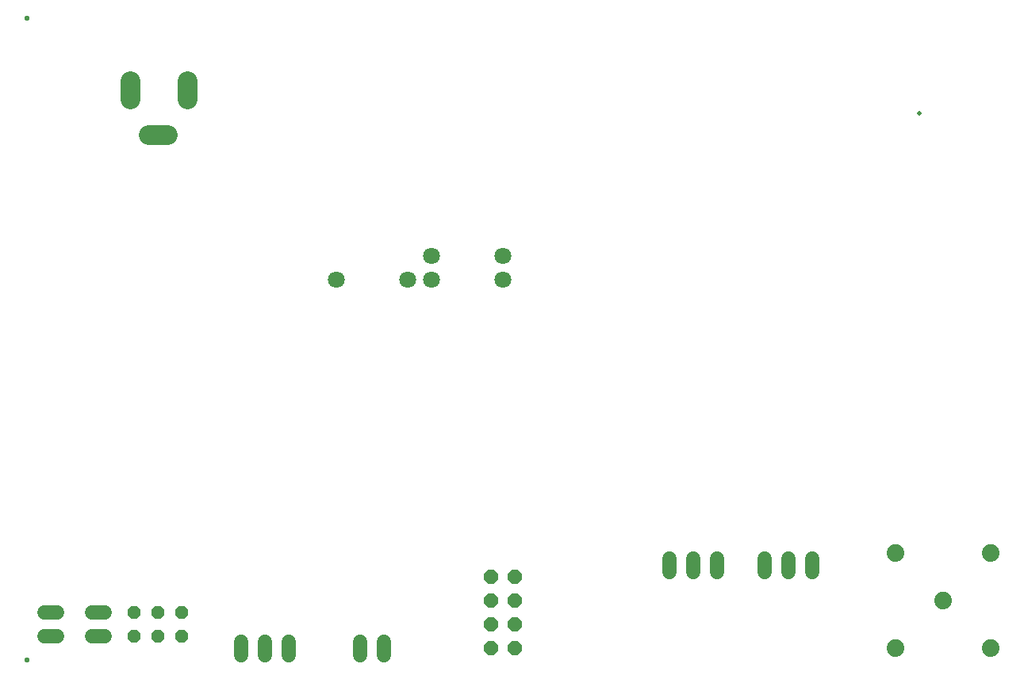
<source format=gbr>
G04 EAGLE Gerber RS-274X export*
G75*
%MOMM*%
%FSLAX34Y34*%
%LPD*%
%INSoldermask Bottom*%
%IPPOS*%
%AMOC8*
5,1,8,0,0,1.08239X$1,22.5*%
G01*
%ADD10C,0.551600*%
%ADD11C,0.501600*%
%ADD12C,1.801600*%
%ADD13C,2.101600*%
%ADD14C,1.524000*%
%ADD15P,1.649562X8X292.500000*%
%ADD16C,1.879600*%
%ADD17P,1.525737X8X202.500000*%


D10*
X25400Y25400D03*
X25400Y711200D03*
D11*
X977900Y609600D03*
D12*
X431800Y431800D03*
X355600Y431800D03*
X457200Y431800D03*
X533400Y431800D03*
X533400Y457200D03*
X457200Y457200D03*
D13*
X196100Y625000D02*
X196100Y645000D01*
X135100Y645000D02*
X135100Y625000D01*
X155100Y587000D02*
X175100Y587000D01*
D14*
X254000Y45212D02*
X254000Y30988D01*
X279400Y30988D02*
X279400Y45212D01*
X304800Y45212D02*
X304800Y30988D01*
X406400Y30988D02*
X406400Y45212D01*
X381000Y45212D02*
X381000Y30988D01*
D15*
X520700Y114300D03*
X546100Y114300D03*
X520700Y88900D03*
X546100Y88900D03*
X520700Y63500D03*
X546100Y63500D03*
X546100Y38100D03*
X520700Y38100D03*
D14*
X108712Y76200D02*
X94488Y76200D01*
X94488Y50800D02*
X108712Y50800D01*
X57912Y76200D02*
X43688Y76200D01*
X43688Y50800D02*
X57912Y50800D01*
X863600Y119888D02*
X863600Y134112D01*
X838200Y134112D02*
X838200Y119888D01*
X812800Y119888D02*
X812800Y134112D01*
X762000Y134112D02*
X762000Y119888D01*
X736600Y119888D02*
X736600Y134112D01*
X711200Y134112D02*
X711200Y119888D01*
D16*
X1003300Y88900D03*
X1054100Y139700D03*
X952500Y139700D03*
X952500Y38100D03*
X1054100Y38100D03*
D17*
X165100Y50800D03*
X165100Y76200D03*
X190500Y50800D03*
X190500Y76200D03*
X139700Y76200D03*
X139700Y50800D03*
M02*

</source>
